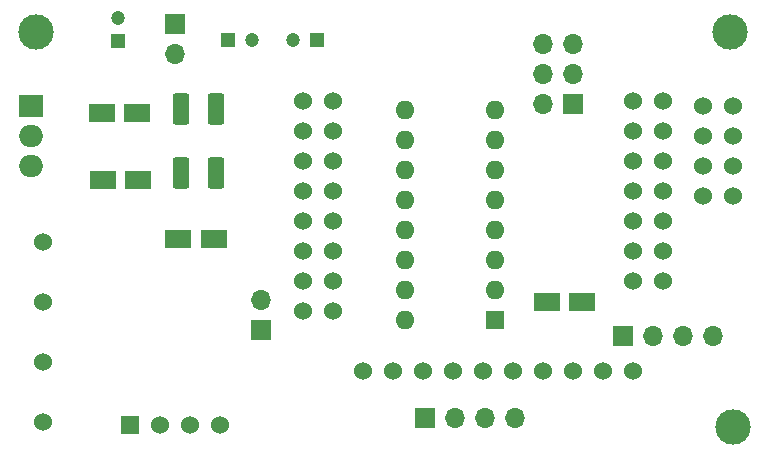
<source format=gbr>
%TF.GenerationSoftware,KiCad,Pcbnew,8.0.4*%
%TF.CreationDate,2024-07-25T22:39:38-04:00*%
%TF.ProjectId,esp32-node-board-40x65_telemetry,65737033-322d-46e6-9f64-652d626f6172,rev?*%
%TF.SameCoordinates,Original*%
%TF.FileFunction,Soldermask,Top*%
%TF.FilePolarity,Negative*%
%FSLAX46Y46*%
G04 Gerber Fmt 4.6, Leading zero omitted, Abs format (unit mm)*
G04 Created by KiCad (PCBNEW 8.0.4) date 2024-07-25 22:39:38*
%MOMM*%
%LPD*%
G01*
G04 APERTURE LIST*
G04 Aperture macros list*
%AMRoundRect*
0 Rectangle with rounded corners*
0 $1 Rounding radius*
0 $2 $3 $4 $5 $6 $7 $8 $9 X,Y pos of 4 corners*
0 Add a 4 corners polygon primitive as box body*
4,1,4,$2,$3,$4,$5,$6,$7,$8,$9,$2,$3,0*
0 Add four circle primitives for the rounded corners*
1,1,$1+$1,$2,$3*
1,1,$1+$1,$4,$5*
1,1,$1+$1,$6,$7*
1,1,$1+$1,$8,$9*
0 Add four rect primitives between the rounded corners*
20,1,$1+$1,$2,$3,$4,$5,0*
20,1,$1+$1,$4,$5,$6,$7,0*
20,1,$1+$1,$6,$7,$8,$9,0*
20,1,$1+$1,$8,$9,$2,$3,0*%
G04 Aperture macros list end*
%ADD10R,1.200000X1.200000*%
%ADD11C,1.200000*%
%ADD12RoundRect,0.250001X-0.462499X-1.074999X0.462499X-1.074999X0.462499X1.074999X-0.462499X1.074999X0*%
%ADD13R,2.200000X1.600000*%
%ADD14C,3.000000*%
%ADD15C,1.524000*%
%ADD16R,1.700000X1.700000*%
%ADD17O,1.700000X1.700000*%
%ADD18R,1.600000X1.600000*%
%ADD19O,1.600000X1.600000*%
%ADD20R,1.524000X1.524000*%
%ADD21R,2.000000X1.905000*%
%ADD22O,2.000000X1.905000*%
G04 APERTURE END LIST*
D10*
%TO.C,C2*%
X107000000Y-44200000D03*
D11*
X105000000Y-44200000D03*
%TD*%
D12*
%TO.C,D2*%
X95512500Y-55450000D03*
X98487500Y-55450000D03*
%TD*%
D13*
%TO.C,C4*%
X91800000Y-50350000D03*
X88800000Y-50350000D03*
%TD*%
D14*
%TO.C,H1*%
X142000000Y-43500000D03*
%TD*%
%TO.C,H2*%
X83250000Y-43530000D03*
%TD*%
D15*
%TO.C,J9*%
X83820000Y-61310000D03*
X83820000Y-66390000D03*
%TD*%
%TO.C,J1*%
X105860000Y-67150000D03*
X108400000Y-67150000D03*
X105860000Y-49370000D03*
X108400000Y-49370000D03*
X105860000Y-51910000D03*
X108400000Y-51910000D03*
X105860000Y-54450000D03*
X108400000Y-54450000D03*
X105860000Y-56990000D03*
X108400000Y-56990000D03*
X105860000Y-59530000D03*
X108400000Y-59530000D03*
X105860000Y-62070000D03*
X108400000Y-62070000D03*
X105860000Y-64610000D03*
X108400000Y-64610000D03*
X110940000Y-72230000D03*
X113480000Y-72230000D03*
X116020000Y-72230000D03*
X118560000Y-72230000D03*
X121100000Y-72230000D03*
X123640000Y-72230000D03*
X126180000Y-72230000D03*
X128720000Y-72230000D03*
X131260000Y-72230000D03*
X133800000Y-72230000D03*
X136340000Y-64610000D03*
X133800000Y-64610000D03*
X136340000Y-62070000D03*
X133800000Y-62070000D03*
X136340000Y-59530000D03*
X133800000Y-59530000D03*
X136340000Y-56990000D03*
X133800000Y-56990000D03*
X136340000Y-54450000D03*
X133800000Y-54450000D03*
X136340000Y-51910000D03*
X133800000Y-51910000D03*
X136340000Y-49370000D03*
X133800000Y-49370000D03*
%TD*%
D13*
%TO.C,C9*%
X91900000Y-56050000D03*
X88900000Y-56050000D03*
%TD*%
D16*
%TO.C,J2*%
X95025000Y-42850000D03*
D17*
X95025000Y-45390000D03*
%TD*%
D16*
%TO.C,J6*%
X116200000Y-76225000D03*
D17*
X118740000Y-76225000D03*
X121280000Y-76225000D03*
X123820000Y-76225000D03*
%TD*%
D18*
%TO.C,U3*%
X122100000Y-67925000D03*
D19*
X122100000Y-65385000D03*
X122100000Y-62845000D03*
X122100000Y-60305000D03*
X122100000Y-57765000D03*
X122100000Y-55225000D03*
X122100000Y-52685000D03*
X122100000Y-50145000D03*
X114480000Y-50145000D03*
X114480000Y-52685000D03*
X114480000Y-55225000D03*
X114480000Y-57765000D03*
X114480000Y-60305000D03*
X114480000Y-62845000D03*
X114480000Y-65385000D03*
X114480000Y-67925000D03*
%TD*%
D16*
%TO.C,J10*%
X132920000Y-69250000D03*
D17*
X135460000Y-69250000D03*
X138000000Y-69250000D03*
X140540000Y-69250000D03*
%TD*%
D13*
%TO.C,C5*%
X129500000Y-66350000D03*
X126500000Y-66350000D03*
%TD*%
D10*
%TO.C,C3*%
X99500000Y-44200000D03*
D11*
X101500000Y-44200000D03*
%TD*%
D13*
%TO.C,C8*%
X95300000Y-61050000D03*
X98300000Y-61050000D03*
%TD*%
D16*
%TO.C,J5*%
X102300000Y-68790000D03*
D17*
X102300000Y-66250000D03*
%TD*%
D16*
%TO.C,J14*%
X128700000Y-49590000D03*
D17*
X128700000Y-47050000D03*
X128700000Y-44510000D03*
X126160000Y-49590000D03*
X126160000Y-47050000D03*
X126160000Y-44510000D03*
%TD*%
D15*
%TO.C,J3*%
X139700000Y-52310000D03*
X139700000Y-49770000D03*
X139700000Y-57390000D03*
X139700000Y-54850000D03*
%TD*%
D10*
%TO.C,C1*%
X90200000Y-44300000D03*
D11*
X90200000Y-42300000D03*
%TD*%
D20*
%TO.C,U7*%
X91220000Y-76800000D03*
D15*
X93760000Y-76800000D03*
X96300000Y-76800000D03*
X98840000Y-76800000D03*
%TD*%
D21*
%TO.C,U4*%
X82855000Y-49770000D03*
D22*
X82855000Y-52310000D03*
X82855000Y-54850000D03*
%TD*%
D15*
%TO.C,J4*%
X142240000Y-49770000D03*
X142240000Y-57390000D03*
X142240000Y-54850000D03*
X142240000Y-52310000D03*
%TD*%
D12*
%TO.C,D1*%
X95512500Y-50000000D03*
X98487500Y-50000000D03*
%TD*%
D14*
%TO.C,H4*%
X142250000Y-77000000D03*
%TD*%
D15*
%TO.C,J8*%
X83820000Y-71470000D03*
X83820000Y-76550000D03*
%TD*%
M02*

</source>
